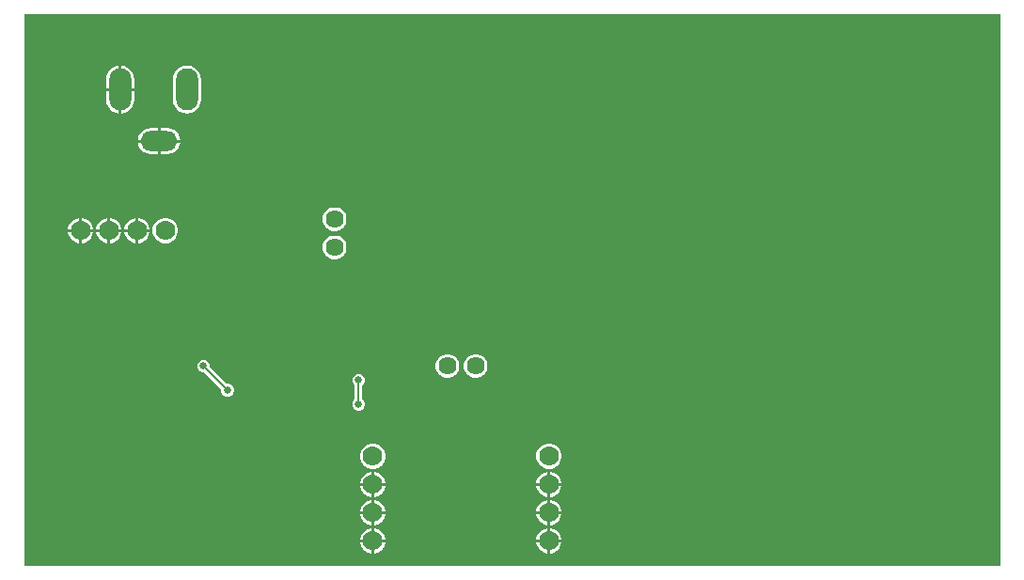
<source format=gbl>
G04*
G04 #@! TF.GenerationSoftware,Altium Limited,Altium Designer,21.6.4 (81)*
G04*
G04 Layer_Physical_Order=2*
G04 Layer_Color=16711680*
%FSLAX25Y25*%
%MOIN*%
G70*
G04*
G04 #@! TF.SameCoordinates,4A56815A-3FA2-45B3-BCD2-B1825AC70E21*
G04*
G04*
G04 #@! TF.FilePolarity,Positive*
G04*
G01*
G75*
%ADD14C,0.00600*%
%ADD33C,0.06378*%
%ADD34O,0.12992X0.07087*%
%ADD35O,0.07874X0.14961*%
%ADD36C,0.07000*%
%ADD37C,0.05000*%
%ADD38C,0.02500*%
G36*
X347961Y2040D02*
X2039D01*
Y197961D01*
X347961D01*
Y2040D01*
D02*
G37*
%LPC*%
G36*
X36500Y179552D02*
Y171595D01*
X40980D01*
Y174638D01*
X40810Y175927D01*
X40312Y177128D01*
X39521Y178159D01*
X38490Y178950D01*
X37289Y179448D01*
X36500Y179552D01*
D02*
G37*
G36*
X35500D02*
X34711Y179448D01*
X33510Y178950D01*
X32479Y178159D01*
X31688Y177128D01*
X31190Y175927D01*
X31020Y174638D01*
Y171595D01*
X35500D01*
Y179552D01*
D02*
G37*
G36*
X40980Y170595D02*
X36500D01*
Y162637D01*
X37289Y162741D01*
X38490Y163239D01*
X39521Y164030D01*
X40312Y165061D01*
X40810Y166262D01*
X40980Y167551D01*
Y170595D01*
D02*
G37*
G36*
X35500D02*
X31020D01*
Y167551D01*
X31190Y166262D01*
X31688Y165061D01*
X32479Y164030D01*
X33510Y163239D01*
X34711Y162741D01*
X35500Y162637D01*
Y170595D01*
D02*
G37*
G36*
X59622Y179617D02*
X58333Y179448D01*
X57132Y178950D01*
X56101Y178159D01*
X55310Y177128D01*
X54812Y175927D01*
X54642Y174638D01*
Y167551D01*
X54812Y166262D01*
X55310Y165061D01*
X56101Y164030D01*
X57132Y163239D01*
X58333Y162741D01*
X59622Y162572D01*
X60911Y162741D01*
X62112Y163239D01*
X63143Y164030D01*
X63934Y165061D01*
X64432Y166262D01*
X64602Y167551D01*
Y174638D01*
X64432Y175927D01*
X63934Y177128D01*
X63143Y178159D01*
X62112Y178950D01*
X60911Y179448D01*
X59622Y179617D01*
D02*
G37*
G36*
X52732Y157370D02*
X50279D01*
Y153287D01*
X57249D01*
X57159Y153973D01*
X56701Y155079D01*
X55973Y156028D01*
X55023Y156756D01*
X53918Y157214D01*
X52732Y157370D01*
D02*
G37*
G36*
X49279D02*
X46827D01*
X45641Y157214D01*
X44535Y156756D01*
X43587Y156028D01*
X42858Y155079D01*
X42400Y153973D01*
X42310Y153287D01*
X49279D01*
Y157370D01*
D02*
G37*
G36*
X57249Y152287D02*
X50279D01*
Y148205D01*
X52732D01*
X53918Y148361D01*
X55023Y148819D01*
X55973Y149547D01*
X56701Y150496D01*
X57159Y151601D01*
X57249Y152287D01*
D02*
G37*
G36*
X49279D02*
X42310D01*
X42400Y151601D01*
X42858Y150496D01*
X43587Y149547D01*
X44535Y148819D01*
X45641Y148361D01*
X46827Y148205D01*
X49279D01*
Y152287D01*
D02*
G37*
G36*
X22592Y125594D02*
X22500D01*
Y121595D01*
X26500D01*
Y121687D01*
X26193Y122831D01*
X25601Y123857D01*
X24763Y124695D01*
X23737Y125288D01*
X22592Y125594D01*
D02*
G37*
G36*
X42592D02*
X42500D01*
Y121595D01*
X46500D01*
Y121687D01*
X46193Y122831D01*
X45601Y123857D01*
X44763Y124695D01*
X43737Y125288D01*
X42592Y125594D01*
D02*
G37*
G36*
X32592D02*
X32500D01*
Y121595D01*
X36500D01*
Y121687D01*
X36193Y122831D01*
X35601Y123857D01*
X34763Y124695D01*
X33737Y125288D01*
X32592Y125594D01*
D02*
G37*
G36*
X21500D02*
X21408D01*
X20263Y125288D01*
X19237Y124695D01*
X18399Y123857D01*
X17807Y122831D01*
X17500Y121687D01*
Y121595D01*
X21500D01*
Y125594D01*
D02*
G37*
G36*
X31500D02*
X31408D01*
X30263Y125288D01*
X29237Y124695D01*
X28399Y123857D01*
X27807Y122831D01*
X27500Y121687D01*
Y121595D01*
X31500D01*
Y125594D01*
D02*
G37*
G36*
X41500D02*
X41408D01*
X40263Y125288D01*
X39237Y124695D01*
X38399Y123857D01*
X37807Y122831D01*
X37500Y121687D01*
Y121595D01*
X41500D01*
Y125594D01*
D02*
G37*
G36*
X112551Y129283D02*
X111449D01*
X110383Y128998D01*
X109428Y128446D01*
X108648Y127667D01*
X108097Y126711D01*
X107811Y125646D01*
Y124543D01*
X108097Y123478D01*
X108648Y122522D01*
X109428Y121742D01*
X110383Y121191D01*
X111449Y120905D01*
X112551D01*
X113617Y121191D01*
X114572Y121742D01*
X115352Y122522D01*
X115903Y123478D01*
X116189Y124543D01*
Y125646D01*
X115903Y126711D01*
X115352Y127667D01*
X114572Y128446D01*
X113617Y128998D01*
X112551Y129283D01*
D02*
G37*
G36*
X52592Y125594D02*
X51408D01*
X50263Y125288D01*
X49237Y124695D01*
X48399Y123857D01*
X47807Y122831D01*
X47500Y121687D01*
Y120502D01*
X47807Y119358D01*
X48399Y118331D01*
X49237Y117494D01*
X50263Y116901D01*
X51408Y116595D01*
X52592D01*
X53737Y116901D01*
X54763Y117494D01*
X55601Y118331D01*
X56193Y119358D01*
X56500Y120502D01*
Y121687D01*
X56193Y122831D01*
X55601Y123857D01*
X54763Y124695D01*
X53737Y125288D01*
X52592Y125594D01*
D02*
G37*
G36*
X46500Y120595D02*
X42500D01*
Y116595D01*
X42592D01*
X43737Y116901D01*
X44763Y117494D01*
X45601Y118331D01*
X46193Y119358D01*
X46500Y120502D01*
Y120595D01*
D02*
G37*
G36*
X41500D02*
X37500D01*
Y120502D01*
X37807Y119358D01*
X38399Y118331D01*
X39237Y117494D01*
X40263Y116901D01*
X41408Y116595D01*
X41500D01*
Y120595D01*
D02*
G37*
G36*
X36500D02*
X32500D01*
Y116595D01*
X32592D01*
X33737Y116901D01*
X34763Y117494D01*
X35601Y118331D01*
X36193Y119358D01*
X36500Y120502D01*
Y120595D01*
D02*
G37*
G36*
X31500D02*
X27500D01*
Y120502D01*
X27807Y119358D01*
X28399Y118331D01*
X29237Y117494D01*
X30263Y116901D01*
X31408Y116595D01*
X31500D01*
Y120595D01*
D02*
G37*
G36*
X26500D02*
X22500D01*
Y116595D01*
X22592D01*
X23737Y116901D01*
X24763Y117494D01*
X25601Y118331D01*
X26193Y119358D01*
X26500Y120502D01*
Y120595D01*
D02*
G37*
G36*
X21500D02*
X17500D01*
Y120502D01*
X17807Y119358D01*
X18399Y118331D01*
X19237Y117494D01*
X20263Y116901D01*
X21408Y116595D01*
X21500D01*
Y120595D01*
D02*
G37*
G36*
X112551Y119283D02*
X111449D01*
X110383Y118998D01*
X109428Y118447D01*
X108648Y117667D01*
X108097Y116711D01*
X107811Y115646D01*
Y114543D01*
X108097Y113478D01*
X108648Y112522D01*
X109428Y111742D01*
X110383Y111191D01*
X111449Y110906D01*
X112551D01*
X113617Y111191D01*
X114572Y111742D01*
X115352Y112522D01*
X115903Y113478D01*
X116189Y114543D01*
Y115646D01*
X115903Y116711D01*
X115352Y117667D01*
X114572Y118447D01*
X113617Y118998D01*
X112551Y119283D01*
D02*
G37*
G36*
X162551Y77189D02*
X161449D01*
X160383Y76903D01*
X159428Y76352D01*
X158648Y75572D01*
X158097Y74617D01*
X157811Y73551D01*
Y72448D01*
X158097Y71383D01*
X158648Y70428D01*
X159428Y69648D01*
X160383Y69096D01*
X161449Y68811D01*
X162551D01*
X163617Y69096D01*
X164572Y69648D01*
X165352Y70428D01*
X165903Y71383D01*
X166189Y72448D01*
Y73551D01*
X165903Y74617D01*
X165352Y75572D01*
X164572Y76352D01*
X163617Y76903D01*
X162551Y77189D01*
D02*
G37*
G36*
X152551D02*
X151449D01*
X150383Y76903D01*
X149428Y76352D01*
X148648Y75572D01*
X148097Y74617D01*
X147811Y73551D01*
Y72448D01*
X148097Y71383D01*
X148648Y70428D01*
X149428Y69648D01*
X150383Y69096D01*
X151449Y68811D01*
X152551D01*
X153617Y69096D01*
X154572Y69648D01*
X155352Y70428D01*
X155903Y71383D01*
X156189Y72448D01*
Y73551D01*
X155903Y74617D01*
X155352Y75572D01*
X154572Y76352D01*
X153617Y76903D01*
X152551Y77189D01*
D02*
G37*
G36*
X65948Y75250D02*
X65052D01*
X64226Y74907D01*
X63592Y74274D01*
X63250Y73448D01*
Y72552D01*
X63592Y71725D01*
X64226Y71092D01*
X65052Y70750D01*
X65876D01*
X71750Y64876D01*
Y64052D01*
X72092Y63226D01*
X72725Y62593D01*
X73552Y62250D01*
X74448D01*
X75274Y62593D01*
X75907Y63226D01*
X76250Y64052D01*
Y64948D01*
X75907Y65775D01*
X75274Y66408D01*
X74448Y66750D01*
X73624D01*
X67750Y72624D01*
Y73448D01*
X67408Y74274D01*
X66774Y74907D01*
X65948Y75250D01*
D02*
G37*
G36*
X120948Y70250D02*
X120052D01*
X119226Y69907D01*
X118593Y69274D01*
X118250Y68448D01*
Y67552D01*
X118593Y66725D01*
X119175Y66144D01*
Y61357D01*
X118593Y60774D01*
X118250Y59948D01*
Y59052D01*
X118593Y58226D01*
X119226Y57592D01*
X120052Y57250D01*
X120948D01*
X121774Y57592D01*
X122407Y58226D01*
X122750Y59052D01*
Y59948D01*
X122407Y60774D01*
X121826Y61357D01*
Y66144D01*
X122407Y66725D01*
X122750Y67552D01*
Y68448D01*
X122407Y69274D01*
X121774Y69907D01*
X120948Y70250D01*
D02*
G37*
G36*
X188592Y45594D02*
X187408D01*
X186263Y45288D01*
X185237Y44695D01*
X184399Y43857D01*
X183807Y42831D01*
X183500Y41687D01*
Y40502D01*
X183807Y39358D01*
X184399Y38331D01*
X185237Y37494D01*
X186263Y36901D01*
X187408Y36595D01*
X188592D01*
X189737Y36901D01*
X190763Y37494D01*
X191601Y38331D01*
X192193Y39358D01*
X192500Y40502D01*
Y41687D01*
X192193Y42831D01*
X191601Y43857D01*
X190763Y44695D01*
X189737Y45288D01*
X188592Y45594D01*
D02*
G37*
G36*
X126092Y45500D02*
X124908D01*
X123763Y45193D01*
X122737Y44601D01*
X121899Y43763D01*
X121307Y42737D01*
X121000Y41592D01*
Y40408D01*
X121307Y39263D01*
X121899Y38237D01*
X122737Y37399D01*
X123763Y36807D01*
X124908Y36500D01*
X126092D01*
X127237Y36807D01*
X128263Y37399D01*
X129101Y38237D01*
X129693Y39263D01*
X130000Y40408D01*
Y41592D01*
X129693Y42737D01*
X129101Y43763D01*
X128263Y44601D01*
X127237Y45193D01*
X126092Y45500D01*
D02*
G37*
G36*
X188592Y35594D02*
X188500D01*
Y31594D01*
X192500D01*
Y31687D01*
X192193Y32831D01*
X191601Y33858D01*
X190763Y34695D01*
X189737Y35288D01*
X188592Y35594D01*
D02*
G37*
G36*
X187500D02*
X187408D01*
X186263Y35288D01*
X185237Y34695D01*
X184399Y33858D01*
X183807Y32831D01*
X183500Y31687D01*
Y31594D01*
X187500D01*
Y35594D01*
D02*
G37*
G36*
X126092Y35500D02*
X126000D01*
Y31500D01*
X130000D01*
Y31592D01*
X129693Y32737D01*
X129101Y33763D01*
X128263Y34601D01*
X127237Y35193D01*
X126092Y35500D01*
D02*
G37*
G36*
X125000D02*
X124908D01*
X123763Y35193D01*
X122737Y34601D01*
X121899Y33763D01*
X121307Y32737D01*
X121000Y31592D01*
Y31500D01*
X125000D01*
Y35500D01*
D02*
G37*
G36*
X192500Y30595D02*
X188500D01*
Y26594D01*
X188592D01*
X189737Y26901D01*
X190763Y27494D01*
X191601Y28331D01*
X192193Y29357D01*
X192500Y30502D01*
Y30595D01*
D02*
G37*
G36*
X187500D02*
X183500D01*
Y30502D01*
X183807Y29357D01*
X184399Y28331D01*
X185237Y27494D01*
X186263Y26901D01*
X187408Y26594D01*
X187500D01*
Y30595D01*
D02*
G37*
G36*
X130000Y30500D02*
X126000D01*
Y26500D01*
X126092D01*
X127237Y26807D01*
X128263Y27399D01*
X129101Y28237D01*
X129693Y29263D01*
X130000Y30408D01*
Y30500D01*
D02*
G37*
G36*
X125000D02*
X121000D01*
Y30408D01*
X121307Y29263D01*
X121899Y28237D01*
X122737Y27399D01*
X123763Y26807D01*
X124908Y26500D01*
X125000D01*
Y30500D01*
D02*
G37*
G36*
X188592Y25594D02*
X188500D01*
Y21595D01*
X192500D01*
Y21687D01*
X192193Y22831D01*
X191601Y23858D01*
X190763Y24695D01*
X189737Y25288D01*
X188592Y25594D01*
D02*
G37*
G36*
X187500D02*
X187408D01*
X186263Y25288D01*
X185237Y24695D01*
X184399Y23858D01*
X183807Y22831D01*
X183500Y21687D01*
Y21595D01*
X187500D01*
Y25594D01*
D02*
G37*
G36*
X126092Y25500D02*
X126000D01*
Y21500D01*
X130000D01*
Y21592D01*
X129693Y22737D01*
X129101Y23763D01*
X128263Y24601D01*
X127237Y25193D01*
X126092Y25500D01*
D02*
G37*
G36*
X125000D02*
X124908D01*
X123763Y25193D01*
X122737Y24601D01*
X121899Y23763D01*
X121307Y22737D01*
X121000Y21592D01*
Y21500D01*
X125000D01*
Y25500D01*
D02*
G37*
G36*
X192500Y20595D02*
X188500D01*
Y16594D01*
X188592D01*
X189737Y16901D01*
X190763Y17494D01*
X191601Y18331D01*
X192193Y19358D01*
X192500Y20502D01*
Y20595D01*
D02*
G37*
G36*
X187500D02*
X183500D01*
Y20502D01*
X183807Y19358D01*
X184399Y18331D01*
X185237Y17494D01*
X186263Y16901D01*
X187408Y16594D01*
X187500D01*
Y20595D01*
D02*
G37*
G36*
X130000Y20500D02*
X126000D01*
Y16500D01*
X126092D01*
X127237Y16807D01*
X128263Y17399D01*
X129101Y18237D01*
X129693Y19263D01*
X130000Y20408D01*
Y20500D01*
D02*
G37*
G36*
X125000D02*
X121000D01*
Y20408D01*
X121307Y19263D01*
X121899Y18237D01*
X122737Y17399D01*
X123763Y16807D01*
X124908Y16500D01*
X125000D01*
Y20500D01*
D02*
G37*
G36*
X188592Y15595D02*
X188500D01*
Y11594D01*
X192500D01*
Y11687D01*
X192193Y12831D01*
X191601Y13858D01*
X190763Y14695D01*
X189737Y15288D01*
X188592Y15595D01*
D02*
G37*
G36*
X187500D02*
X187408D01*
X186263Y15288D01*
X185237Y14695D01*
X184399Y13858D01*
X183807Y12831D01*
X183500Y11687D01*
Y11594D01*
X187500D01*
Y15595D01*
D02*
G37*
G36*
X126092Y15500D02*
X126000D01*
Y11500D01*
X130000D01*
Y11592D01*
X129693Y12737D01*
X129101Y13763D01*
X128263Y14601D01*
X127237Y15193D01*
X126092Y15500D01*
D02*
G37*
G36*
X125000D02*
X124908D01*
X123763Y15193D01*
X122737Y14601D01*
X121899Y13763D01*
X121307Y12737D01*
X121000Y11592D01*
Y11500D01*
X125000D01*
Y15500D01*
D02*
G37*
G36*
X192500Y10594D02*
X188500D01*
Y6594D01*
X188592D01*
X189737Y6901D01*
X190763Y7494D01*
X191601Y8331D01*
X192193Y9358D01*
X192500Y10502D01*
Y10594D01*
D02*
G37*
G36*
X187500D02*
X183500D01*
Y10502D01*
X183807Y9358D01*
X184399Y8331D01*
X185237Y7494D01*
X186263Y6901D01*
X187408Y6594D01*
X187500D01*
Y10594D01*
D02*
G37*
G36*
X130000Y10500D02*
X126000D01*
Y6500D01*
X126092D01*
X127237Y6807D01*
X128263Y7399D01*
X129101Y8237D01*
X129693Y9263D01*
X130000Y10408D01*
Y10500D01*
D02*
G37*
G36*
X125000D02*
X121000D01*
Y10408D01*
X121307Y9263D01*
X121899Y8237D01*
X122737Y7399D01*
X123763Y6807D01*
X124908Y6500D01*
X125000D01*
Y10500D01*
D02*
G37*
%LPD*%
D14*
X120500Y59500D02*
Y68000D01*
X65500Y73000D02*
X74000Y64500D01*
D33*
X162000Y73000D02*
D03*
X152000D02*
D03*
X112000Y125094D02*
D03*
Y115094D02*
D03*
D34*
X49779Y152787D02*
D03*
D35*
X36000Y171095D02*
D03*
X59622D02*
D03*
D36*
X188000Y31095D02*
D03*
Y41094D02*
D03*
Y11095D02*
D03*
Y21094D02*
D03*
X125500Y31000D02*
D03*
Y41000D02*
D03*
Y11000D02*
D03*
Y21000D02*
D03*
X42000Y121095D02*
D03*
X52000D02*
D03*
X22000D02*
D03*
X32000D02*
D03*
D37*
X146000Y138000D02*
D03*
X245900Y46400D02*
D03*
X275400D02*
D03*
X71000Y85000D02*
D03*
X217300Y46400D02*
D03*
X104000Y154500D02*
D03*
X304000Y46500D02*
D03*
X54000Y9500D02*
D03*
X154000Y99000D02*
D03*
D38*
X120500Y59500D02*
D03*
Y68000D02*
D03*
X74000Y64500D02*
D03*
X65500Y73000D02*
D03*
M02*

</source>
